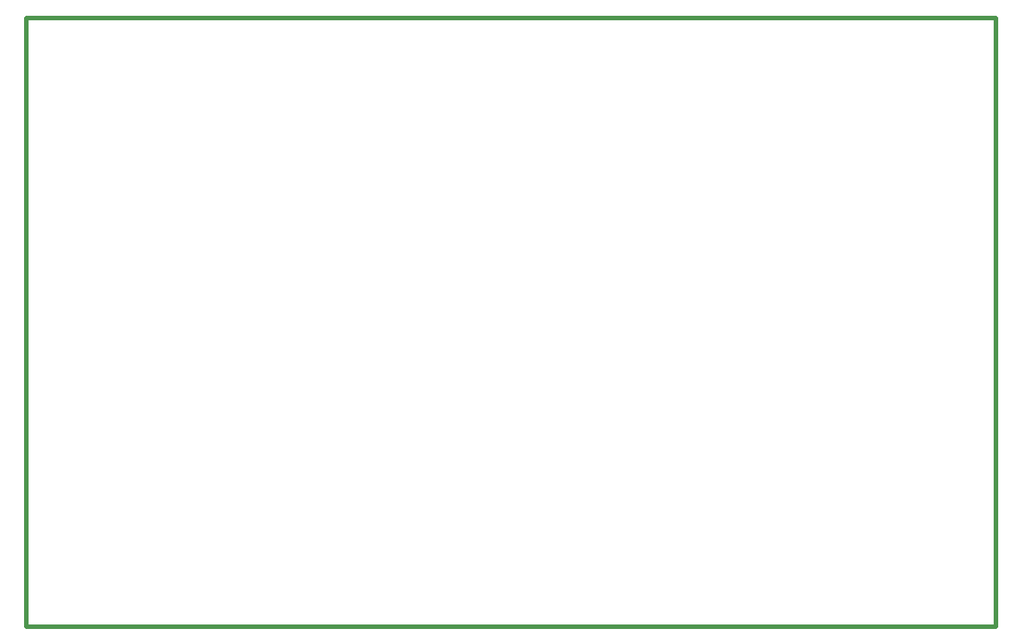
<source format=gko>
G04 Layer_Color=16711935*
%FSLAX24Y24*%
%MOIN*%
G70*
G01*
G75*
%ADD40C,0.0200*%
D40*
X43000Y0D02*
Y27000D01*
X0D02*
X43000D01*
X0Y26000D02*
Y27000D01*
Y0D02*
Y26000D01*
Y0D02*
X43000D01*
M02*

</source>
